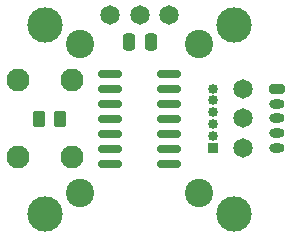
<source format=gts>
%TF.GenerationSoftware,KiCad,Pcbnew,(6.0.0)*%
%TF.CreationDate,2022-03-27T15:49:17-04:00*%
%TF.ProjectId,TM_Warthog_Open_Analog_Slew,544d5f57-6172-4746-986f-675f4f70656e,rev?*%
%TF.SameCoordinates,Original*%
%TF.FileFunction,Soldermask,Top*%
%TF.FilePolarity,Negative*%
%FSLAX46Y46*%
G04 Gerber Fmt 4.6, Leading zero omitted, Abs format (unit mm)*
G04 Created by KiCad (PCBNEW (6.0.0)) date 2022-03-27 15:49:17*
%MOMM*%
%LPD*%
G01*
G04 APERTURE LIST*
G04 Aperture macros list*
%AMRoundRect*
0 Rectangle with rounded corners*
0 $1 Rounding radius*
0 $2 $3 $4 $5 $6 $7 $8 $9 X,Y pos of 4 corners*
0 Add a 4 corners polygon primitive as box body*
4,1,4,$2,$3,$4,$5,$6,$7,$8,$9,$2,$3,0*
0 Add four circle primitives for the rounded corners*
1,1,$1+$1,$2,$3*
1,1,$1+$1,$4,$5*
1,1,$1+$1,$6,$7*
1,1,$1+$1,$8,$9*
0 Add four rect primitives between the rounded corners*
20,1,$1+$1,$2,$3,$4,$5,0*
20,1,$1+$1,$4,$5,$6,$7,0*
20,1,$1+$1,$6,$7,$8,$9,0*
20,1,$1+$1,$8,$9,$2,$3,0*%
G04 Aperture macros list end*
%ADD10C,3.000000*%
%ADD11RoundRect,0.250000X-0.262500X-0.450000X0.262500X-0.450000X0.262500X0.450000X-0.262500X0.450000X0*%
%ADD12RoundRect,0.200000X-0.450000X0.200000X-0.450000X-0.200000X0.450000X-0.200000X0.450000X0.200000X0*%
%ADD13O,1.300000X0.800000*%
%ADD14RoundRect,0.150000X-0.825000X-0.150000X0.825000X-0.150000X0.825000X0.150000X-0.825000X0.150000X0*%
%ADD15RoundRect,0.250000X-0.250000X-0.475000X0.250000X-0.475000X0.250000X0.475000X-0.250000X0.475000X0*%
%ADD16R,0.850000X0.850000*%
%ADD17O,0.850000X0.850000*%
%ADD18C,1.950000*%
%ADD19C,1.650000*%
%ADD20C,2.400000*%
G04 APERTURE END LIST*
D10*
%TO.C,*%
X155343374Y-98672145D03*
%TD*%
%TO.C,*%
X139343483Y-114672165D03*
%TD*%
D11*
%TO.C,R1*%
X138787500Y-106680000D03*
X140612500Y-106680000D03*
%TD*%
D12*
%TO.C,J1*%
X158955024Y-104112387D03*
D13*
X158955024Y-105362387D03*
X158955024Y-106612387D03*
X158955024Y-107862387D03*
X158955024Y-109112387D03*
%TD*%
D14*
%TO.C,U1*%
X144845000Y-102870000D03*
X144845000Y-104140000D03*
X144845000Y-105410000D03*
X144845000Y-106680000D03*
X144845000Y-107950000D03*
X144845000Y-109220000D03*
X144845000Y-110490000D03*
X149795000Y-110490000D03*
X149795000Y-109220000D03*
X149795000Y-107950000D03*
X149795000Y-106680000D03*
X149795000Y-105410000D03*
X149795000Y-104140000D03*
X149795000Y-102870000D03*
%TD*%
D15*
%TO.C,C1*%
X146400742Y-100131403D03*
X148300742Y-100131403D03*
%TD*%
D10*
%TO.C,*%
X139343483Y-98672145D03*
%TD*%
D16*
%TO.C,J2*%
X153560265Y-109079538D03*
D17*
X153560265Y-108079538D03*
X153560265Y-107079538D03*
X153560265Y-106079538D03*
X153560265Y-105079538D03*
X153560265Y-104079538D03*
%TD*%
D10*
%TO.C,*%
X155343374Y-114672645D03*
%TD*%
D18*
%TO.C,S1*%
X141565123Y-109856941D03*
D19*
X144815123Y-97876941D03*
X147315123Y-97876941D03*
X149815123Y-97876941D03*
D18*
X137065123Y-109856941D03*
D19*
X156045123Y-104106941D03*
X156045123Y-106606941D03*
X156045123Y-109106941D03*
D18*
X141565123Y-103356941D03*
X137065123Y-103356941D03*
D20*
X142315123Y-112931941D03*
X152315123Y-112931941D03*
X142315123Y-100281941D03*
X152315123Y-100281941D03*
%TD*%
M02*

</source>
